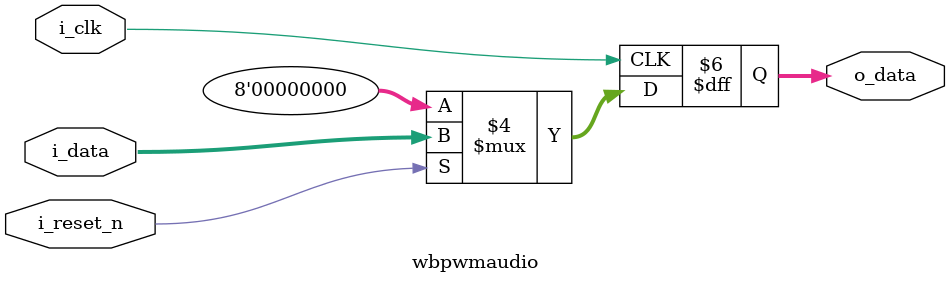
<source format=v>

`default_nettype none
`timescale 1ps/1ps

module wbpwmaudio(
    input   wire    [0:0]   i_clk,
    input   wire    [0:0]   i_reset_n,
    input   wire    [7:0]   i_data,
    output  reg     [7:0]   o_data
);

always @(posedge i_clk) begin
    if(!i_reset_n) begin
        o_data <= 8'h00;
    end else begin
        o_data <= i_data;
    end
end

endmodule

</source>
